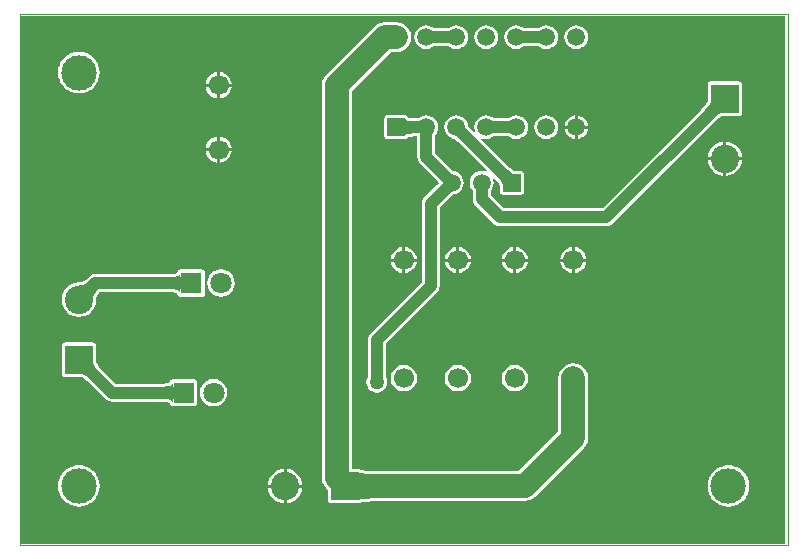
<source format=gbl>
G04 Layer_Physical_Order=2*
G04 Layer_Color=13278208*
%FSLAX25Y25*%
%MOIN*%
G70*
G01*
G75*
%ADD15C,0.03937*%
%ADD17C,0.07874*%
%ADD18C,0.00394*%
%ADD19R,0.05905X0.05905*%
%ADD20C,0.05905*%
%ADD21C,0.06693*%
%ADD22C,0.11811*%
%ADD23R,0.07087X0.07087*%
%ADD24C,0.07087*%
%ADD25C,0.09449*%
%ADD26R,0.09449X0.09449*%
%ADD27C,0.05905*%
%ADD28R,0.05905X0.05905*%
%ADD29R,0.09449X0.09449*%
%ADD30C,0.05000*%
G36*
X255200Y500D02*
X450D01*
Y176250D01*
X255200D01*
Y500D01*
D02*
G37*
%LPC*%
G36*
X165500Y99303D02*
Y95485D01*
X169318D01*
X169235Y96120D01*
X168797Y97177D01*
X168100Y98085D01*
X167192Y98782D01*
X166135Y99220D01*
X165500Y99303D01*
D02*
G37*
G36*
X146000Y59999D02*
X144865Y59850D01*
X143808Y59412D01*
X142900Y58715D01*
X142203Y57807D01*
X141765Y56750D01*
X141616Y55615D01*
X141765Y54480D01*
X142203Y53423D01*
X142900Y52515D01*
X143808Y51818D01*
X144865Y51380D01*
X146000Y51231D01*
X147135Y51380D01*
X148192Y51818D01*
X149100Y52515D01*
X149797Y53423D01*
X150235Y54480D01*
X150384Y55615D01*
X150235Y56750D01*
X149797Y57807D01*
X149100Y58715D01*
X148192Y59412D01*
X147135Y59850D01*
X146000Y59999D01*
D02*
G37*
G36*
X185000Y99303D02*
Y95485D01*
X188818D01*
X188735Y96120D01*
X188297Y97177D01*
X187600Y98085D01*
X186692Y98782D01*
X185635Y99220D01*
X185000Y99303D01*
D02*
G37*
G36*
X184000D02*
X183365Y99220D01*
X182308Y98782D01*
X181400Y98085D01*
X180703Y97177D01*
X180265Y96120D01*
X180182Y95485D01*
X184000D01*
Y99303D01*
D02*
G37*
G36*
X128500D02*
Y95485D01*
X132318D01*
X132235Y96120D01*
X131797Y97177D01*
X131100Y98085D01*
X130192Y98782D01*
X129135Y99220D01*
X128500Y99303D01*
D02*
G37*
G36*
X146500D02*
Y95485D01*
X150318D01*
X150235Y96120D01*
X149797Y97177D01*
X149100Y98085D01*
X148192Y98782D01*
X147135Y99220D01*
X146500Y99303D01*
D02*
G37*
G36*
X128000Y59999D02*
X126865Y59850D01*
X125808Y59412D01*
X124900Y58715D01*
X124203Y57807D01*
X123765Y56750D01*
X123616Y55615D01*
X123765Y54480D01*
X124203Y53423D01*
X124900Y52515D01*
X125808Y51818D01*
X126865Y51380D01*
X128000Y51231D01*
X129135Y51380D01*
X130192Y51818D01*
X131100Y52515D01*
X131797Y53423D01*
X132235Y54480D01*
X132384Y55615D01*
X132235Y56750D01*
X131797Y57807D01*
X131100Y58715D01*
X130192Y59412D01*
X129135Y59850D01*
X128000Y59999D01*
D02*
G37*
G36*
X65815Y131300D02*
X61997D01*
X62080Y130665D01*
X62518Y129608D01*
X63215Y128700D01*
X64123Y128003D01*
X65180Y127565D01*
X65815Y127482D01*
Y131300D01*
D02*
G37*
G36*
X70633D02*
X66815D01*
Y127482D01*
X67450Y127565D01*
X68507Y128003D01*
X69415Y128700D01*
X70112Y129608D01*
X70549Y130665D01*
X70633Y131300D01*
D02*
G37*
G36*
X234500Y134508D02*
X233506Y134377D01*
X232113Y133800D01*
X230917Y132883D01*
X230000Y131687D01*
X229423Y130294D01*
X229292Y129300D01*
X234500D01*
Y134508D01*
D02*
G37*
G36*
X24409Y67544D02*
X14961D01*
X14570Y67466D01*
X14240Y67245D01*
X14019Y66915D01*
X13941Y66524D01*
Y57076D01*
X14019Y56685D01*
X14240Y56355D01*
X14570Y56134D01*
X14961Y56056D01*
X20668D01*
X20957Y55891D01*
X21521Y55499D01*
X22906Y54326D01*
X23436Y53815D01*
X28568Y48683D01*
X29188Y48207D01*
X29910Y47908D01*
X30685Y47806D01*
X47384D01*
X47808Y47797D01*
X48421Y47754D01*
X48941Y47685D01*
X49361Y47595D01*
X49677Y47493D01*
X49884Y47392D01*
X49986Y47317D01*
X50012Y47287D01*
Y47257D01*
X50026Y47186D01*
X50033Y47135D01*
X50041Y47111D01*
X50090Y46867D01*
X50160Y46761D01*
X50161Y46758D01*
X50165Y46753D01*
X50310Y46536D01*
X50421Y46462D01*
X50424Y46459D01*
X50429Y46457D01*
X50641Y46315D01*
X50769Y46289D01*
X50780Y46284D01*
X50806Y46282D01*
X51032Y46237D01*
X58118D01*
X58508Y46315D01*
X58839Y46536D01*
X59060Y46867D01*
X59138Y47257D01*
Y54343D01*
X59060Y54734D01*
X58839Y55064D01*
X58508Y55285D01*
X58118Y55363D01*
X51032D01*
X50806Y55318D01*
X50780Y55316D01*
X50769Y55311D01*
X50641Y55285D01*
X50429Y55143D01*
X50424Y55141D01*
X50421Y55138D01*
X50310Y55064D01*
X50165Y54847D01*
X50161Y54842D01*
X50160Y54839D01*
X50090Y54734D01*
X50041Y54489D01*
X50033Y54465D01*
X50026Y54414D01*
X50012Y54343D01*
Y54313D01*
X49986Y54283D01*
X49884Y54207D01*
X49677Y54107D01*
X49362Y54005D01*
X48957Y53918D01*
X47793Y53803D01*
X47384Y53794D01*
X31925D01*
X27805Y57914D01*
X26506Y59313D01*
X25995Y59953D01*
X25594Y60528D01*
X25429Y60817D01*
Y66524D01*
X25351Y66915D01*
X25130Y67245D01*
X24800Y67466D01*
X24409Y67544D01*
D02*
G37*
G36*
X234500Y128300D02*
X229292D01*
X229423Y127306D01*
X230000Y125913D01*
X230917Y124717D01*
X232113Y123800D01*
X233506Y123223D01*
X234500Y123092D01*
Y128300D01*
D02*
G37*
G36*
X240708D02*
X235500D01*
Y123092D01*
X236494Y123223D01*
X237887Y123800D01*
X239083Y124717D01*
X240000Y125913D01*
X240577Y127306D01*
X240708Y128300D01*
D02*
G37*
G36*
X164500Y99303D02*
X163865Y99220D01*
X162808Y98782D01*
X161900Y98085D01*
X161203Y97177D01*
X160765Y96120D01*
X160682Y95485D01*
X164500D01*
Y99303D01*
D02*
G37*
G36*
X127500Y94485D02*
X123682D01*
X123765Y93850D01*
X124203Y92793D01*
X124900Y91885D01*
X125808Y91188D01*
X126865Y90750D01*
X127500Y90667D01*
Y94485D01*
D02*
G37*
G36*
X145500D02*
X141682D01*
X141765Y93850D01*
X142203Y92793D01*
X142900Y91885D01*
X143808Y91188D01*
X144865Y90750D01*
X145500Y90667D01*
Y94485D01*
D02*
G37*
G36*
X164500D02*
X160682D01*
X160765Y93850D01*
X161203Y92793D01*
X161900Y91885D01*
X162808Y91188D01*
X163865Y90750D01*
X164500Y90667D01*
Y94485D01*
D02*
G37*
G36*
X67075Y91882D02*
X65889Y91726D01*
X64784Y91269D01*
X63835Y90540D01*
X63106Y89591D01*
X62648Y88486D01*
X62492Y87300D01*
X62648Y86114D01*
X63106Y85009D01*
X63835Y84060D01*
X64784Y83331D01*
X65889Y82874D01*
X67075Y82718D01*
X68261Y82874D01*
X69366Y83331D01*
X70315Y84060D01*
X71043Y85009D01*
X71501Y86114D01*
X71657Y87300D01*
X71501Y88486D01*
X71043Y89591D01*
X70315Y90540D01*
X69366Y91269D01*
X68261Y91726D01*
X67075Y91882D01*
D02*
G37*
G36*
X165000Y59999D02*
X163865Y59850D01*
X162808Y59412D01*
X161900Y58715D01*
X161203Y57807D01*
X160765Y56750D01*
X160616Y55615D01*
X160765Y54480D01*
X161203Y53423D01*
X161900Y52515D01*
X162808Y51818D01*
X163865Y51380D01*
X165000Y51231D01*
X166135Y51380D01*
X167192Y51818D01*
X168100Y52515D01*
X168797Y53423D01*
X169235Y54480D01*
X169384Y55615D01*
X169235Y56750D01*
X168797Y57807D01*
X168100Y58715D01*
X167192Y59412D01*
X166135Y59850D01*
X165000Y59999D01*
D02*
G37*
G36*
X60618Y91863D02*
X53531D01*
X53306Y91818D01*
X53281Y91816D01*
X53269Y91811D01*
X53141Y91785D01*
X52929Y91644D01*
X52924Y91641D01*
X52921Y91638D01*
X52811Y91564D01*
X52665Y91347D01*
X52661Y91342D01*
X52660Y91339D01*
X52589Y91233D01*
X52541Y90990D01*
X52533Y90965D01*
X52526Y90914D01*
X52512Y90843D01*
Y90813D01*
X52486Y90783D01*
X52384Y90707D01*
X52177Y90607D01*
X51862Y90505D01*
X51457Y90418D01*
X50293Y90303D01*
X49884Y90294D01*
X25185D01*
X24410Y90192D01*
X23688Y89893D01*
X23068Y89417D01*
X22467Y88816D01*
X22309Y88667D01*
X22008Y88415D01*
X21712Y88198D01*
X21420Y88015D01*
X21133Y87864D01*
X20851Y87744D01*
X20572Y87654D01*
X20296Y87591D01*
X20020Y87555D01*
X19870Y87550D01*
X19685Y87574D01*
X18191Y87377D01*
X16798Y86800D01*
X15602Y85883D01*
X14685Y84687D01*
X14108Y83294D01*
X13911Y81800D01*
X14108Y80306D01*
X14685Y78913D01*
X15602Y77717D01*
X16798Y76800D01*
X18191Y76223D01*
X19685Y76026D01*
X21179Y76223D01*
X22572Y76800D01*
X23768Y77717D01*
X24685Y78913D01*
X25262Y80306D01*
X25459Y81800D01*
X25434Y81985D01*
X25440Y82135D01*
X25476Y82411D01*
X25539Y82687D01*
X25630Y82966D01*
X25749Y83248D01*
X25900Y83535D01*
X26083Y83827D01*
X26300Y84123D01*
X26453Y84306D01*
X49884D01*
X50308Y84297D01*
X50921Y84254D01*
X51441Y84185D01*
X51861Y84095D01*
X52177Y83993D01*
X52384Y83893D01*
X52486Y83817D01*
X52512Y83787D01*
Y83757D01*
X52526Y83686D01*
X52533Y83635D01*
X52541Y83610D01*
X52589Y83367D01*
X52660Y83261D01*
X52661Y83258D01*
X52665Y83253D01*
X52811Y83036D01*
X52921Y82962D01*
X52924Y82959D01*
X52929Y82956D01*
X53141Y82815D01*
X53269Y82789D01*
X53281Y82784D01*
X53306Y82782D01*
X53531Y82737D01*
X60618D01*
X61008Y82815D01*
X61339Y83036D01*
X61560Y83367D01*
X61638Y83757D01*
Y90843D01*
X61560Y91233D01*
X61339Y91564D01*
X61008Y91785D01*
X60618Y91863D01*
D02*
G37*
G36*
X184000Y94485D02*
X180182D01*
X180265Y93850D01*
X180703Y92793D01*
X181400Y91885D01*
X182308Y91188D01*
X183365Y90750D01*
X184000Y90667D01*
Y94485D01*
D02*
G37*
G36*
X188818D02*
X185000D01*
Y90667D01*
X185635Y90750D01*
X186692Y91188D01*
X187600Y91885D01*
X188297Y92793D01*
X188735Y93850D01*
X188818Y94485D01*
D02*
G37*
G36*
X127500Y99303D02*
X126865Y99220D01*
X125808Y98782D01*
X124900Y98085D01*
X124203Y97177D01*
X123765Y96120D01*
X123682Y95485D01*
X127500D01*
Y99303D01*
D02*
G37*
G36*
X145500D02*
X144865Y99220D01*
X143808Y98782D01*
X142900Y98085D01*
X142203Y97177D01*
X141765Y96120D01*
X141682Y95485D01*
X145500D01*
Y99303D01*
D02*
G37*
G36*
X132318Y94485D02*
X128500D01*
Y90667D01*
X129135Y90750D01*
X130192Y91188D01*
X131100Y91885D01*
X131797Y92793D01*
X132235Y93850D01*
X132318Y94485D01*
D02*
G37*
G36*
X150318D02*
X146500D01*
Y90667D01*
X147135Y90750D01*
X148192Y91188D01*
X149100Y91885D01*
X149797Y92793D01*
X150235Y93850D01*
X150318Y94485D01*
D02*
G37*
G36*
X169318D02*
X165500D01*
Y90667D01*
X166135Y90750D01*
X167192Y91188D01*
X168100Y91885D01*
X168797Y92793D01*
X169235Y93850D01*
X169318Y94485D01*
D02*
G37*
G36*
X235500Y134508D02*
Y129300D01*
X240708D01*
X240577Y130294D01*
X240000Y131687D01*
X239083Y132883D01*
X237887Y133800D01*
X236494Y134377D01*
X235500Y134508D01*
D02*
G37*
G36*
X65815Y157618D02*
X65180Y157535D01*
X64123Y157097D01*
X63215Y156400D01*
X62518Y155492D01*
X62080Y154435D01*
X61997Y153800D01*
X65815D01*
Y157618D01*
D02*
G37*
G36*
X66815D02*
Y153800D01*
X70633D01*
X70549Y154435D01*
X70112Y155492D01*
X69415Y156400D01*
X68507Y157097D01*
X67450Y157535D01*
X66815Y157618D01*
D02*
G37*
G36*
X19685Y164434D02*
X19635Y164424D01*
X19585Y164429D01*
X18427Y164315D01*
X18331Y164286D01*
X18231Y164276D01*
X17118Y163938D01*
X17030Y163891D01*
X16933Y163862D01*
X15908Y163313D01*
X15830Y163250D01*
X15741Y163203D01*
X14842Y162464D01*
X14778Y162387D01*
X14701Y162323D01*
X13963Y161424D01*
X13916Y161335D01*
X13852Y161258D01*
X13304Y160232D01*
X13274Y160136D01*
X13227Y160047D01*
X12889Y158934D01*
X12879Y158834D01*
X12850Y158738D01*
X12736Y157580D01*
X12746Y157480D01*
X12736Y157380D01*
X12850Y156223D01*
X12879Y156127D01*
X12889Y156027D01*
X13227Y154913D01*
X13274Y154825D01*
X13304Y154729D01*
X13852Y153703D01*
X13916Y153625D01*
X13963Y153537D01*
X14701Y152638D01*
X14778Y152574D01*
X14842Y152496D01*
X15741Y151758D01*
X15830Y151711D01*
X15908Y151647D01*
X16933Y151099D01*
X17030Y151070D01*
X17118Y151022D01*
X18231Y150685D01*
X18331Y150675D01*
X18427Y150646D01*
X19585Y150531D01*
X19635Y150537D01*
X19685Y150527D01*
X19735Y150537D01*
X19785Y150531D01*
X20943Y150646D01*
X21039Y150675D01*
X21139Y150685D01*
X22252Y151022D01*
X22341Y151070D01*
X22436Y151099D01*
X23462Y151647D01*
X23540Y151711D01*
X23629Y151758D01*
X24528Y152496D01*
X24592Y152574D01*
X24669Y152638D01*
X25407Y153537D01*
X25455Y153625D01*
X25518Y153703D01*
X26067Y154729D01*
X26096Y154825D01*
X26143Y154913D01*
X26481Y156027D01*
X26491Y156127D01*
X26520Y156223D01*
X26634Y157380D01*
X26624Y157480D01*
X26634Y157580D01*
X26520Y158738D01*
X26491Y158834D01*
X26481Y158934D01*
X26143Y160047D01*
X26096Y160136D01*
X26067Y160232D01*
X25518Y161258D01*
X25455Y161335D01*
X25407Y161424D01*
X24669Y162323D01*
X24592Y162387D01*
X24528Y162464D01*
X23629Y163203D01*
X23540Y163250D01*
X23462Y163313D01*
X22436Y163862D01*
X22341Y163891D01*
X22252Y163938D01*
X21139Y164276D01*
X21039Y164286D01*
X20943Y164315D01*
X19785Y164429D01*
X19735Y164424D01*
X19685Y164434D01*
D02*
G37*
G36*
X135500Y143287D02*
X134468Y143151D01*
X133507Y142753D01*
X133004Y142367D01*
X131675Y142297D01*
X131668Y142297D01*
X130469Y142371D01*
X130026Y142430D01*
X129674Y142501D01*
X129432Y142574D01*
X129406Y142586D01*
X129395Y142643D01*
X129287Y142804D01*
X129281Y142819D01*
X129271Y142828D01*
X129174Y142974D01*
X129007Y143085D01*
X128996Y143096D01*
X128983Y143101D01*
X128843Y143195D01*
X128654Y143232D01*
X128626Y143243D01*
X128600Y143243D01*
X128453Y143272D01*
X122547D01*
X122157Y143195D01*
X121826Y142974D01*
X121605Y142643D01*
X121528Y142253D01*
Y136347D01*
X121605Y135957D01*
X121826Y135626D01*
X122157Y135405D01*
X122547Y135328D01*
X128453D01*
X128600Y135357D01*
X128626Y135357D01*
X128654Y135368D01*
X128843Y135405D01*
X128983Y135499D01*
X128996Y135504D01*
X129007Y135515D01*
X129174Y135626D01*
X129271Y135772D01*
X129281Y135781D01*
X129287Y135796D01*
X129395Y135957D01*
X129406Y136014D01*
X129432Y136026D01*
X129674Y136099D01*
X130001Y136165D01*
X131678Y136303D01*
X131921Y136306D01*
X132069D01*
X132459Y136297D01*
X132506Y135415D01*
Y129300D01*
X132608Y128525D01*
X132907Y127803D01*
X133383Y127183D01*
X139456Y121109D01*
X139726Y120826D01*
X139136Y120170D01*
X134883Y115917D01*
X134407Y115297D01*
X134108Y114575D01*
X134006Y113800D01*
Y87540D01*
X116883Y70417D01*
X116407Y69797D01*
X116108Y69075D01*
X116006Y68300D01*
Y56147D01*
X115943Y56065D01*
X115590Y55214D01*
X115470Y54300D01*
X115590Y53386D01*
X115943Y52535D01*
X116504Y51804D01*
X117235Y51243D01*
X118086Y50890D01*
X119000Y50770D01*
X119914Y50890D01*
X120765Y51243D01*
X121496Y51804D01*
X122057Y52535D01*
X122410Y53386D01*
X122530Y54300D01*
X122410Y55214D01*
X122057Y56065D01*
X121994Y56147D01*
Y67060D01*
X139117Y84183D01*
X139593Y84803D01*
X139892Y85525D01*
X139994Y86300D01*
Y112560D01*
X143691Y116256D01*
X144239Y116779D01*
X144329Y116856D01*
X145032Y116949D01*
X145993Y117347D01*
X146819Y117981D01*
X147453Y118807D01*
X147851Y119768D01*
X147987Y120800D01*
X147851Y121832D01*
X147453Y122793D01*
X146819Y123619D01*
X145993Y124253D01*
X145032Y124651D01*
X144404Y124734D01*
X143370Y125664D01*
X138494Y130540D01*
Y135869D01*
X138512Y136626D01*
X138521Y136744D01*
X138953Y137307D01*
X139351Y138268D01*
X139487Y139300D01*
X139351Y140332D01*
X138953Y141293D01*
X138319Y142119D01*
X137493Y142753D01*
X136532Y143151D01*
X135500Y143287D01*
D02*
G37*
G36*
X65815Y152800D02*
X61997D01*
X62080Y152165D01*
X62518Y151108D01*
X63215Y150200D01*
X64123Y149503D01*
X65180Y149065D01*
X65815Y148982D01*
Y152800D01*
D02*
G37*
G36*
X70633D02*
X66815D01*
Y148982D01*
X67450Y149065D01*
X68507Y149503D01*
X69415Y150200D01*
X70112Y151108D01*
X70549Y152165D01*
X70633Y152800D01*
D02*
G37*
G36*
X155500Y173287D02*
X154468Y173151D01*
X153507Y172753D01*
X152681Y172119D01*
X152047Y171293D01*
X151649Y170332D01*
X151513Y169300D01*
X151649Y168268D01*
X152047Y167307D01*
X152681Y166481D01*
X153507Y165847D01*
X154468Y165449D01*
X155500Y165313D01*
X156532Y165449D01*
X157493Y165847D01*
X158319Y166481D01*
X158953Y167307D01*
X159351Y168268D01*
X159487Y169300D01*
X159351Y170332D01*
X158953Y171293D01*
X158319Y172119D01*
X157493Y172753D01*
X156532Y173151D01*
X155500Y173287D01*
D02*
G37*
G36*
X87925Y19170D02*
X82717D01*
X82848Y18176D01*
X83425Y16783D01*
X84342Y15587D01*
X85538Y14670D01*
X86931Y14093D01*
X87925Y13962D01*
Y19170D01*
D02*
G37*
G36*
X145500Y173287D02*
X144468Y173151D01*
X143507Y172753D01*
X143005Y172368D01*
X141615Y172294D01*
X138931D01*
X138174Y172312D01*
X138056Y172321D01*
X137493Y172753D01*
X136532Y173151D01*
X135500Y173287D01*
X134468Y173151D01*
X133507Y172753D01*
X132681Y172119D01*
X132047Y171293D01*
X131649Y170332D01*
X131513Y169300D01*
X131649Y168268D01*
X132047Y167307D01*
X132681Y166481D01*
X133507Y165847D01*
X134468Y165449D01*
X135500Y165313D01*
X136532Y165449D01*
X137493Y165847D01*
X137996Y166233D01*
X139385Y166306D01*
X142069D01*
X142826Y166288D01*
X142944Y166279D01*
X143507Y165847D01*
X144468Y165449D01*
X145500Y165313D01*
X146532Y165449D01*
X147493Y165847D01*
X148319Y166481D01*
X148953Y167307D01*
X149351Y168268D01*
X149487Y169300D01*
X149351Y170332D01*
X148953Y171293D01*
X148319Y172119D01*
X147493Y172753D01*
X146532Y173151D01*
X145500Y173287D01*
D02*
G37*
G36*
X175500D02*
X174468Y173151D01*
X173507Y172753D01*
X173004Y172368D01*
X171615Y172294D01*
X168931D01*
X168174Y172312D01*
X168056Y172321D01*
X167493Y172753D01*
X166532Y173151D01*
X165500Y173287D01*
X164468Y173151D01*
X163507Y172753D01*
X162681Y172119D01*
X162047Y171293D01*
X161649Y170332D01*
X161513Y169300D01*
X161649Y168268D01*
X162047Y167307D01*
X162681Y166481D01*
X163507Y165847D01*
X164468Y165449D01*
X165500Y165313D01*
X166532Y165449D01*
X167493Y165847D01*
X167996Y166233D01*
X169385Y166306D01*
X172069D01*
X172826Y166288D01*
X172944Y166279D01*
X173507Y165847D01*
X174468Y165449D01*
X175500Y165313D01*
X176532Y165449D01*
X177493Y165847D01*
X178319Y166481D01*
X178953Y167307D01*
X179351Y168268D01*
X179487Y169300D01*
X179351Y170332D01*
X178953Y171293D01*
X178319Y172119D01*
X177493Y172753D01*
X176532Y173151D01*
X175500Y173287D01*
D02*
G37*
G36*
X185500D02*
X184468Y173151D01*
X183507Y172753D01*
X182681Y172119D01*
X182047Y171293D01*
X181649Y170332D01*
X181513Y169300D01*
X181649Y168268D01*
X182047Y167307D01*
X182681Y166481D01*
X183507Y165847D01*
X184468Y165449D01*
X185500Y165313D01*
X186532Y165449D01*
X187493Y165847D01*
X188319Y166481D01*
X188953Y167307D01*
X189351Y168268D01*
X189487Y169300D01*
X189351Y170332D01*
X188953Y171293D01*
X188319Y172119D01*
X187493Y172753D01*
X186532Y173151D01*
X185500Y173287D01*
D02*
G37*
G36*
X121685Y174280D02*
X120396Y174110D01*
X119195Y173612D01*
X118164Y172821D01*
X118164Y172821D01*
X102164Y156821D01*
X101373Y155790D01*
X100875Y154589D01*
X100705Y153300D01*
X100705Y153300D01*
Y131800D01*
Y22410D01*
X100705Y22410D01*
X100875Y21121D01*
X101373Y19920D01*
X102164Y18889D01*
X102681Y18372D01*
Y14946D01*
X102759Y14556D01*
X102980Y14225D01*
X103311Y14004D01*
X103701Y13926D01*
X113150D01*
X113428Y13981D01*
X113434Y13982D01*
X113435Y13983D01*
X113540Y14004D01*
X113871Y14225D01*
X113931Y14315D01*
X114026Y14343D01*
X119317Y14691D01*
X168370D01*
X168370Y14691D01*
X169659Y14860D01*
X170860Y15358D01*
X171891Y16149D01*
X188021Y32279D01*
X188021Y32279D01*
X188812Y33310D01*
X189310Y34511D01*
X189480Y35800D01*
Y55615D01*
X189310Y56904D01*
X188812Y58105D01*
X188021Y59136D01*
X186990Y59927D01*
X185789Y60425D01*
X184500Y60595D01*
X183211Y60425D01*
X182010Y59927D01*
X180979Y59136D01*
X180187Y58105D01*
X179690Y56904D01*
X179520Y55615D01*
Y37863D01*
X166307Y24650D01*
X119697D01*
X117038Y24696D01*
X115201Y24816D01*
X114550Y24895D01*
X114083Y24980D01*
X113931Y25025D01*
X113871Y25115D01*
X113540Y25337D01*
X113435Y25357D01*
X113434Y25358D01*
X113428Y25359D01*
X113150Y25414D01*
X110665D01*
Y131800D01*
Y151237D01*
X123748Y164320D01*
X125500D01*
X126789Y164490D01*
X127990Y164988D01*
X129021Y165779D01*
X129813Y166810D01*
X130310Y168011D01*
X130480Y169300D01*
X130310Y170589D01*
X129813Y171790D01*
X129021Y172821D01*
X127990Y173612D01*
X126789Y174110D01*
X125500Y174280D01*
X121685D01*
X121685Y174280D01*
D02*
G37*
G36*
X94133Y19170D02*
X88925D01*
Y13962D01*
X89920Y14093D01*
X91312Y14670D01*
X92508Y15587D01*
X93426Y16783D01*
X94002Y18176D01*
X94133Y19170D01*
D02*
G37*
G36*
X186000Y143221D02*
Y139800D01*
X189421D01*
X189351Y140332D01*
X188953Y141293D01*
X188319Y142119D01*
X187493Y142753D01*
X186532Y143151D01*
X186000Y143221D01*
D02*
G37*
G36*
X175500Y143287D02*
X174468Y143151D01*
X173507Y142753D01*
X172681Y142119D01*
X172047Y141293D01*
X171649Y140332D01*
X171513Y139300D01*
X171649Y138268D01*
X172047Y137307D01*
X172681Y136481D01*
X173507Y135847D01*
X174468Y135449D01*
X175500Y135313D01*
X176532Y135449D01*
X177493Y135847D01*
X178319Y136481D01*
X178953Y137307D01*
X179351Y138268D01*
X179487Y139300D01*
X179351Y140332D01*
X178953Y141293D01*
X178319Y142119D01*
X177493Y142753D01*
X176532Y143151D01*
X175500Y143287D01*
D02*
G37*
G36*
X236221Y26639D02*
X236171Y26629D01*
X236121Y26634D01*
X234963Y26520D01*
X234867Y26491D01*
X234767Y26481D01*
X233654Y26143D01*
X233565Y26096D01*
X233469Y26067D01*
X232443Y25518D01*
X232365Y25455D01*
X232277Y25407D01*
X231378Y24669D01*
X231314Y24592D01*
X231236Y24528D01*
X230498Y23629D01*
X230451Y23540D01*
X230387Y23462D01*
X229839Y22436D01*
X229810Y22341D01*
X229762Y22252D01*
X229425Y21139D01*
X229415Y21039D01*
X229386Y20943D01*
X229272Y19785D01*
X229282Y19685D01*
X229272Y19585D01*
X229386Y18427D01*
X229415Y18331D01*
X229425Y18231D01*
X229762Y17118D01*
X229810Y17030D01*
X229839Y16933D01*
X230387Y15908D01*
X230451Y15830D01*
X230498Y15741D01*
X231236Y14842D01*
X231314Y14778D01*
X231378Y14701D01*
X232277Y13963D01*
X232365Y13916D01*
X232443Y13852D01*
X233469Y13304D01*
X233565Y13274D01*
X233654Y13227D01*
X234767Y12889D01*
X234867Y12879D01*
X234963Y12850D01*
X236121Y12736D01*
X236171Y12741D01*
X236221Y12731D01*
X236270Y12741D01*
X236320Y12736D01*
X237478Y12850D01*
X237574Y12879D01*
X237674Y12889D01*
X238787Y13227D01*
X238876Y13274D01*
X238972Y13304D01*
X239998Y13852D01*
X240075Y13916D01*
X240164Y13963D01*
X241063Y14701D01*
X241127Y14778D01*
X241205Y14842D01*
X241943Y15741D01*
X241990Y15830D01*
X242054Y15908D01*
X242602Y16933D01*
X242631Y17030D01*
X242678Y17118D01*
X243016Y18231D01*
X243026Y18331D01*
X243055Y18427D01*
X243169Y19585D01*
X243159Y19685D01*
X243169Y19785D01*
X243055Y20943D01*
X243026Y21039D01*
X243016Y21139D01*
X242678Y22252D01*
X242631Y22341D01*
X242602Y22436D01*
X242054Y23462D01*
X241990Y23540D01*
X241943Y23629D01*
X241205Y24528D01*
X241127Y24592D01*
X241063Y24669D01*
X240164Y25407D01*
X240075Y25455D01*
X239998Y25518D01*
X238972Y26067D01*
X238876Y26096D01*
X238787Y26143D01*
X237674Y26481D01*
X237574Y26491D01*
X237478Y26520D01*
X236320Y26634D01*
X236270Y26629D01*
X236221Y26639D01*
D02*
G37*
G36*
X65815Y136118D02*
X65180Y136035D01*
X64123Y135597D01*
X63215Y134900D01*
X62518Y133992D01*
X62080Y132935D01*
X61997Y132300D01*
X65815D01*
Y136118D01*
D02*
G37*
G36*
X66815D02*
Y132300D01*
X70633D01*
X70549Y132935D01*
X70112Y133992D01*
X69415Y134900D01*
X68507Y135597D01*
X67450Y136035D01*
X66815Y136118D01*
D02*
G37*
G36*
X64575Y55383D02*
X63389Y55226D01*
X62284Y54769D01*
X61335Y54040D01*
X60606Y53091D01*
X60148Y51986D01*
X59992Y50800D01*
X60148Y49614D01*
X60606Y48509D01*
X61335Y47560D01*
X62284Y46831D01*
X63389Y46374D01*
X64575Y46218D01*
X65761Y46374D01*
X66866Y46831D01*
X67815Y47560D01*
X68543Y48509D01*
X69001Y49614D01*
X69157Y50800D01*
X69001Y51986D01*
X68543Y53091D01*
X67815Y54040D01*
X66866Y54769D01*
X65761Y55226D01*
X64575Y55383D01*
D02*
G37*
G36*
X239724Y154544D02*
X230276D01*
X229885Y154466D01*
X229555Y154245D01*
X229334Y153915D01*
X229256Y153524D01*
Y147817D01*
X229091Y147528D01*
X228699Y146964D01*
X227526Y145579D01*
X227015Y145049D01*
X194260Y112294D01*
X161240D01*
X156994Y116540D01*
Y117369D01*
X157012Y118126D01*
X157021Y118244D01*
X157453Y118807D01*
X157851Y119768D01*
X157987Y120800D01*
X157851Y121832D01*
X157752Y122072D01*
X158179Y122346D01*
X158953Y121513D01*
X159466Y120872D01*
X159868Y120297D01*
X160028Y120018D01*
Y117847D01*
X160105Y117457D01*
X160326Y117126D01*
X160657Y116905D01*
X161047Y116828D01*
X166953D01*
X167343Y116905D01*
X167674Y117126D01*
X167895Y117457D01*
X167972Y117847D01*
Y123753D01*
X167895Y124143D01*
X167674Y124474D01*
X167343Y124695D01*
X166953Y124772D01*
X164782D01*
X164504Y124932D01*
X163939Y125326D01*
X162552Y126500D01*
X162022Y127012D01*
X153885Y135149D01*
X154168Y135573D01*
X154468Y135449D01*
X155500Y135313D01*
X156532Y135449D01*
X157493Y135847D01*
X157995Y136232D01*
X159385Y136306D01*
X162069D01*
X162826Y136288D01*
X162944Y136279D01*
X163507Y135847D01*
X164468Y135449D01*
X165500Y135313D01*
X166532Y135449D01*
X167493Y135847D01*
X168319Y136481D01*
X168953Y137307D01*
X169351Y138268D01*
X169487Y139300D01*
X169351Y140332D01*
X168953Y141293D01*
X168319Y142119D01*
X167493Y142753D01*
X166532Y143151D01*
X165500Y143287D01*
X164468Y143151D01*
X163507Y142753D01*
X163005Y142367D01*
X161615Y142294D01*
X158931D01*
X158174Y142312D01*
X158056Y142321D01*
X157493Y142753D01*
X156532Y143151D01*
X155500Y143287D01*
X154468Y143151D01*
X153507Y142753D01*
X152681Y142119D01*
X152047Y141293D01*
X151649Y140332D01*
X151513Y139300D01*
X151649Y138268D01*
X151773Y137968D01*
X151349Y137685D01*
X150044Y138991D01*
X149521Y139539D01*
X149444Y139629D01*
X149351Y140332D01*
X148953Y141293D01*
X148319Y142119D01*
X147493Y142753D01*
X146532Y143151D01*
X145500Y143287D01*
X144468Y143151D01*
X143507Y142753D01*
X142681Y142119D01*
X142047Y141293D01*
X141649Y140332D01*
X141513Y139300D01*
X141649Y138268D01*
X142047Y137307D01*
X142681Y136481D01*
X143507Y135847D01*
X144468Y135449D01*
X145096Y135366D01*
X146130Y134435D01*
X155615Y124951D01*
X155332Y124527D01*
X155032Y124651D01*
X154000Y124787D01*
X152968Y124651D01*
X152007Y124253D01*
X151181Y123619D01*
X150547Y122793D01*
X150149Y121832D01*
X150013Y120800D01*
X150149Y119768D01*
X150547Y118807D01*
X150933Y118305D01*
X151006Y116915D01*
Y115300D01*
X151108Y114525D01*
X151407Y113803D01*
X151883Y113183D01*
X157883Y107183D01*
X158503Y106707D01*
X158802Y106583D01*
X159225Y106408D01*
X160000Y106306D01*
X195500D01*
X196275Y106408D01*
X196997Y106707D01*
X197617Y107183D01*
X231115Y140680D01*
X232513Y141979D01*
X233153Y142491D01*
X233728Y142891D01*
X234017Y143056D01*
X239724D01*
X240115Y143134D01*
X240445Y143355D01*
X240666Y143685D01*
X240744Y144076D01*
Y153524D01*
X240666Y153915D01*
X240445Y154245D01*
X240115Y154466D01*
X239724Y154544D01*
D02*
G37*
G36*
X185000Y138800D02*
X181579D01*
X181649Y138268D01*
X182047Y137307D01*
X182681Y136481D01*
X183507Y135847D01*
X184468Y135449D01*
X185000Y135379D01*
Y138800D01*
D02*
G37*
G36*
X87925Y25378D02*
X86931Y25247D01*
X85538Y24670D01*
X84342Y23753D01*
X83425Y22557D01*
X82848Y21164D01*
X82717Y20170D01*
X87925D01*
Y25378D01*
D02*
G37*
G36*
X185000Y143221D02*
X184468Y143151D01*
X183507Y142753D01*
X182681Y142119D01*
X182047Y141293D01*
X181649Y140332D01*
X181579Y139800D01*
X185000D01*
Y143221D01*
D02*
G37*
G36*
X88925Y25378D02*
Y20170D01*
X94133D01*
X94002Y21164D01*
X93426Y22557D01*
X92508Y23753D01*
X91312Y24670D01*
X89920Y25247D01*
X88925Y25378D01*
D02*
G37*
G36*
X189421Y138800D02*
X186000D01*
Y135379D01*
X186532Y135449D01*
X187493Y135847D01*
X188319Y136481D01*
X188953Y137307D01*
X189351Y138268D01*
X189421Y138800D01*
D02*
G37*
G36*
X19685Y26639D02*
X19635Y26629D01*
X19585Y26634D01*
X18427Y26520D01*
X18331Y26491D01*
X18231Y26481D01*
X17118Y26143D01*
X17030Y26096D01*
X16933Y26067D01*
X15908Y25518D01*
X15830Y25455D01*
X15741Y25407D01*
X14842Y24669D01*
X14778Y24592D01*
X14701Y24528D01*
X13963Y23629D01*
X13916Y23540D01*
X13852Y23462D01*
X13304Y22436D01*
X13274Y22341D01*
X13227Y22252D01*
X12889Y21139D01*
X12879Y21039D01*
X12850Y20943D01*
X12736Y19785D01*
X12746Y19685D01*
X12736Y19585D01*
X12850Y18427D01*
X12879Y18331D01*
X12889Y18231D01*
X13227Y17118D01*
X13274Y17030D01*
X13304Y16933D01*
X13852Y15908D01*
X13916Y15830D01*
X13963Y15741D01*
X14701Y14842D01*
X14778Y14778D01*
X14842Y14701D01*
X15741Y13963D01*
X15830Y13916D01*
X15908Y13852D01*
X16933Y13304D01*
X17030Y13274D01*
X17118Y13227D01*
X18231Y12889D01*
X18331Y12879D01*
X18427Y12850D01*
X19585Y12736D01*
X19635Y12741D01*
X19685Y12731D01*
X19735Y12741D01*
X19785Y12736D01*
X20943Y12850D01*
X21039Y12879D01*
X21139Y12889D01*
X22252Y13227D01*
X22341Y13274D01*
X22436Y13304D01*
X23462Y13852D01*
X23540Y13916D01*
X23629Y13963D01*
X24528Y14701D01*
X24592Y14778D01*
X24669Y14842D01*
X25407Y15741D01*
X25455Y15830D01*
X25518Y15908D01*
X26067Y16933D01*
X26096Y17030D01*
X26143Y17118D01*
X26481Y18231D01*
X26491Y18331D01*
X26520Y18427D01*
X26634Y19585D01*
X26624Y19685D01*
X26634Y19785D01*
X26520Y20943D01*
X26491Y21039D01*
X26481Y21139D01*
X26143Y22252D01*
X26096Y22341D01*
X26067Y22436D01*
X25518Y23462D01*
X25455Y23540D01*
X25407Y23629D01*
X24669Y24528D01*
X24592Y24592D01*
X24528Y24669D01*
X23629Y25407D01*
X23540Y25455D01*
X23462Y25518D01*
X22436Y26067D01*
X22341Y26096D01*
X22252Y26143D01*
X21139Y26481D01*
X21039Y26491D01*
X20943Y26520D01*
X19785Y26634D01*
X19735Y26629D01*
X19685Y26639D01*
D02*
G37*
%LPD*%
G36*
X24175Y62349D02*
X24063Y61987D01*
Y61570D01*
X24175Y61096D01*
X24397Y60567D01*
X24732Y59983D01*
X25177Y59342D01*
X25734Y58647D01*
X27181Y57088D01*
X24397Y54304D01*
X23590Y55083D01*
X22142Y56308D01*
X21502Y56753D01*
X20918Y57088D01*
X20389Y57310D01*
X19915Y57422D01*
X19498D01*
X19136Y57310D01*
X18830Y57088D01*
X24397Y62655D01*
X24175Y62349D01*
D02*
G37*
G36*
X51043Y47269D02*
X51004Y47566D01*
X50886Y47831D01*
X50689Y48066D01*
X50414Y48269D01*
X50059Y48441D01*
X49626Y48581D01*
X49114Y48691D01*
X48524Y48769D01*
X47855Y48816D01*
X47107Y48831D01*
Y52768D01*
X47855Y52784D01*
X49114Y52909D01*
X49626Y53019D01*
X50059Y53159D01*
X50414Y53331D01*
X50689Y53534D01*
X50886Y53769D01*
X51004Y54034D01*
X51043Y54331D01*
Y47269D01*
D02*
G37*
G36*
X26118Y85449D02*
X25790Y85102D01*
X25497Y84752D01*
X25239Y84399D01*
X25016Y84044D01*
X24827Y83685D01*
X24674Y83323D01*
X24555Y82959D01*
X24472Y82591D01*
X24423Y82221D01*
X24409Y81847D01*
X19732Y86524D01*
X20106Y86538D01*
X20476Y86586D01*
X20844Y86670D01*
X21208Y86789D01*
X21570Y86942D01*
X21929Y87130D01*
X22285Y87354D01*
X22637Y87612D01*
X22987Y87905D01*
X23334Y88233D01*
X26118Y85449D01*
D02*
G37*
G36*
X53544Y83769D02*
X53504Y84066D01*
X53386Y84331D01*
X53189Y84566D01*
X52914Y84769D01*
X52559Y84941D01*
X52126Y85081D01*
X51614Y85191D01*
X51024Y85269D01*
X50354Y85316D01*
X49606Y85331D01*
Y89268D01*
X50354Y89284D01*
X51614Y89409D01*
X52126Y89519D01*
X52559Y89659D01*
X52914Y89831D01*
X53189Y90034D01*
X53386Y90269D01*
X53504Y90534D01*
X53544Y90831D01*
Y83769D01*
D02*
G37*
G36*
X128480Y142056D02*
X128598Y141891D01*
X128795Y141745D01*
X129071Y141619D01*
X129425Y141512D01*
X129858Y141424D01*
X130370Y141356D01*
X131630Y141278D01*
X131696Y141277D01*
X133391Y141367D01*
Y137233D01*
X133355Y137252D01*
X133286Y137268D01*
X133183Y137283D01*
X132877Y137307D01*
X132021Y137327D01*
X131630Y137322D01*
X129858Y137176D01*
X129425Y137088D01*
X129071Y136981D01*
X128795Y136855D01*
X128598Y136709D01*
X128480Y136544D01*
X128441Y136359D01*
Y142241D01*
X128480Y142056D01*
D02*
G37*
G36*
X143971Y117847D02*
X143932Y117835D01*
X143871Y117798D01*
X143788Y117736D01*
X143555Y117536D01*
X142822Y116837D01*
X142583Y116599D01*
X139799Y119383D01*
X141047Y120771D01*
X143971Y117847D01*
D02*
G37*
G36*
X137548Y137155D02*
X137531Y137086D01*
X137517Y136983D01*
X137493Y136677D01*
X137469Y135664D01*
X137469Y135327D01*
X133531D01*
X133433Y137191D01*
X137567D01*
X137548Y137155D01*
D02*
G37*
G36*
X143971Y123753D02*
X141047Y120829D01*
X141035Y120868D01*
X140998Y120929D01*
X140936Y121012D01*
X140736Y121245D01*
X140036Y121978D01*
X139799Y122217D01*
X142583Y125001D01*
X143971Y123753D01*
D02*
G37*
G36*
X137645Y171348D02*
X137714Y171332D01*
X137817Y171317D01*
X138123Y171293D01*
X139136Y171270D01*
X139472Y171268D01*
Y167332D01*
X137609Y167233D01*
Y171367D01*
X137645Y171348D01*
D02*
G37*
G36*
X143391Y167233D02*
X143355Y167252D01*
X143286Y167269D01*
X143183Y167283D01*
X142877Y167307D01*
X141864Y167331D01*
X141527Y167332D01*
Y171268D01*
X143391Y171367D01*
Y167233D01*
D02*
G37*
G36*
X167645Y171348D02*
X167714Y171332D01*
X167817Y171317D01*
X168123Y171293D01*
X169136Y171270D01*
X169473Y171268D01*
Y167332D01*
X167609Y167233D01*
Y171367D01*
X167645Y171348D01*
D02*
G37*
G36*
X173391Y167233D02*
X173355Y167252D01*
X173286Y167269D01*
X173183Y167283D01*
X172877Y167307D01*
X171864Y167331D01*
X171528Y167332D01*
Y171268D01*
X173391Y171367D01*
Y167233D01*
D02*
G37*
G36*
X113216Y24235D02*
X113453Y24103D01*
X113846Y23987D01*
X114397Y23886D01*
X115106Y23801D01*
X116996Y23677D01*
X121012Y23607D01*
Y15733D01*
X119516Y15725D01*
X113846Y15353D01*
X113453Y15237D01*
X113216Y15105D01*
X113138Y14958D01*
Y24383D01*
X113216Y24235D01*
D02*
G37*
G36*
X163391Y137233D02*
X163355Y137252D01*
X163286Y137268D01*
X163183Y137283D01*
X162877Y137307D01*
X161864Y137330D01*
X161528Y137331D01*
Y141269D01*
X163391Y141367D01*
Y137233D01*
D02*
G37*
G36*
X235855Y144088D02*
X235549Y144310D01*
X235187Y144422D01*
X234770D01*
X234296Y144310D01*
X233768Y144088D01*
X233183Y143754D01*
X232542Y143308D01*
X231847Y142751D01*
X230288Y141304D01*
X227504Y144088D01*
X228283Y144895D01*
X229508Y146343D01*
X229954Y146983D01*
X230288Y147567D01*
X230510Y148096D01*
X230622Y148570D01*
Y148987D01*
X230510Y149349D01*
X230288Y149655D01*
X235855Y144088D01*
D02*
G37*
G36*
X157645Y141348D02*
X157714Y141332D01*
X157817Y141317D01*
X158123Y141293D01*
X159136Y141270D01*
X159473Y141269D01*
Y137331D01*
X157609Y137233D01*
Y141367D01*
X157645Y141348D01*
D02*
G37*
G36*
X156048Y118655D02*
X156032Y118586D01*
X156017Y118483D01*
X155993Y118177D01*
X155970Y117164D01*
X155968Y116827D01*
X152032D01*
X151933Y118691D01*
X156067D01*
X156048Y118655D01*
D02*
G37*
G36*
X148465Y139232D02*
X148502Y139171D01*
X148564Y139088D01*
X148764Y138855D01*
X149463Y138122D01*
X149701Y137883D01*
X146917Y135099D01*
X145529Y136347D01*
X148453Y139270D01*
X148465Y139232D01*
D02*
G37*
G36*
X161868Y125744D02*
X163317Y124517D01*
X163957Y124070D01*
X164542Y123735D01*
X165071Y123511D01*
X165544Y123398D01*
X165961Y123397D01*
X166322Y123507D01*
X166627Y123729D01*
X161071Y118173D01*
X161293Y118478D01*
X161403Y118839D01*
X161402Y119256D01*
X161289Y119729D01*
X161065Y120258D01*
X160730Y120843D01*
X160283Y121483D01*
X159725Y122180D01*
X158275Y123741D01*
X161059Y126525D01*
X161868Y125744D01*
D02*
G37*
D15*
X137000Y113800D02*
X144000Y120800D01*
X137000Y86300D02*
Y113800D01*
X119000Y68300D02*
X137000Y86300D01*
X19685Y61800D02*
X30685Y50800D01*
X54575D01*
X19685Y81800D02*
X25185Y87300D01*
X57075D01*
X135500Y169300D02*
X145500D01*
X165500D02*
X175500D01*
X155500Y139300D02*
X165500D01*
X119000Y54300D02*
Y68300D01*
X125500Y139300D02*
X135500D01*
Y129300D02*
X144000Y120800D01*
X135500Y129300D02*
Y139300D01*
X154000Y115300D02*
Y120800D01*
X145500Y139300D02*
X164000Y120800D01*
X195500Y109300D02*
X235000Y148800D01*
X160000Y109300D02*
X195500D01*
X154000Y115300D02*
X160000Y109300D01*
D17*
X105685Y22410D02*
X108425Y19670D01*
X105685Y22410D02*
Y131800D01*
Y153300D01*
X121685Y169300D02*
X125500D01*
X105685Y153300D02*
X121685Y169300D01*
X184500Y35800D02*
Y55615D01*
X168370Y19670D02*
X184500Y35800D01*
X108425Y19670D02*
X168370D01*
D18*
X0Y-15D02*
Y177150D01*
Y-15D02*
X255906D01*
Y177150D01*
X0D02*
X255906D01*
D19*
X125500Y139300D02*
D03*
D20*
X135500D02*
D03*
X145500D02*
D03*
X155500D02*
D03*
X165500D02*
D03*
X175500D02*
D03*
X185500D02*
D03*
X125500Y169300D02*
D03*
X135500D02*
D03*
X145500D02*
D03*
X155500D02*
D03*
X165500D02*
D03*
X175500D02*
D03*
X185500D02*
D03*
D21*
X184500Y55615D02*
D03*
Y94985D02*
D03*
X105685Y131800D02*
D03*
X66315D02*
D03*
X165000Y55615D02*
D03*
Y94985D02*
D03*
X105685Y153300D02*
D03*
X66315D02*
D03*
X146000Y55615D02*
D03*
Y94985D02*
D03*
X128000Y55615D02*
D03*
Y94985D02*
D03*
D22*
X19685Y157480D02*
D03*
X236221Y19685D02*
D03*
X19685D02*
D03*
D23*
X54575Y50800D02*
D03*
X57075Y87300D02*
D03*
D24*
X64575Y50800D02*
D03*
X67075Y87300D02*
D03*
D25*
X19685Y81800D02*
D03*
X235000Y128800D02*
D03*
X88425Y19670D02*
D03*
D26*
X19685Y61800D02*
D03*
X235000Y148800D02*
D03*
D27*
X154000Y120800D02*
D03*
X144000D02*
D03*
D28*
X164000D02*
D03*
D29*
X108425Y19670D02*
D03*
D30*
X119000Y54300D02*
D03*
M02*

</source>
